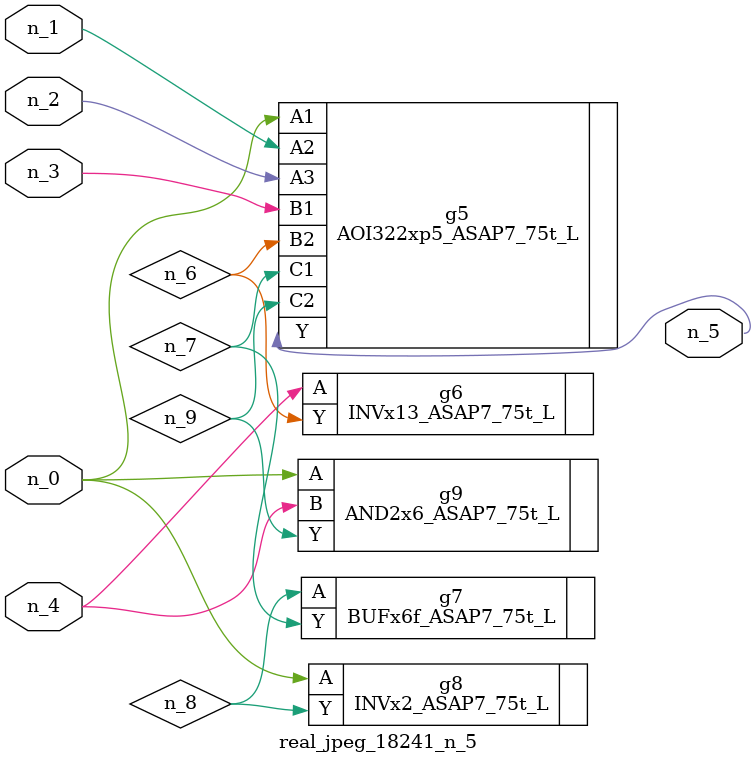
<source format=v>
module real_jpeg_18241_n_5 (n_4, n_0, n_1, n_2, n_3, n_5);

input n_4;
input n_0;
input n_1;
input n_2;
input n_3;

output n_5;

wire n_8;
wire n_6;
wire n_7;
wire n_9;

AOI322xp5_ASAP7_75t_L g5 ( 
.A1(n_0),
.A2(n_1),
.A3(n_2),
.B1(n_3),
.B2(n_6),
.C1(n_7),
.C2(n_9),
.Y(n_5)
);

INVx2_ASAP7_75t_L g8 ( 
.A(n_0),
.Y(n_8)
);

AND2x6_ASAP7_75t_L g9 ( 
.A(n_0),
.B(n_4),
.Y(n_9)
);

INVx13_ASAP7_75t_L g6 ( 
.A(n_4),
.Y(n_6)
);

BUFx6f_ASAP7_75t_L g7 ( 
.A(n_8),
.Y(n_7)
);


endmodule
</source>
